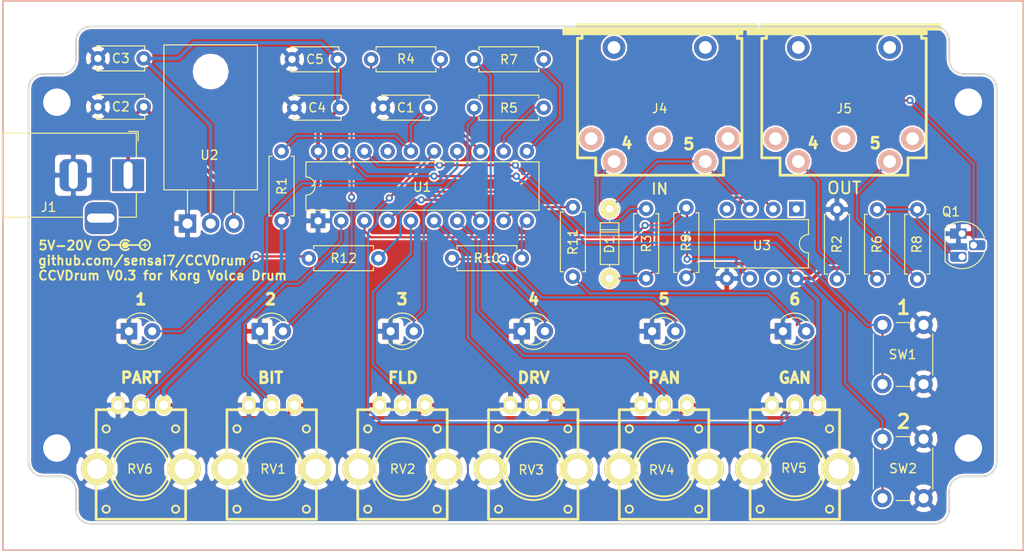
<source format=kicad_pcb>
(kicad_pcb (version 20171130) (host pcbnew "(5.0.2)-1")
  (layers (0 F.Cu signal) (31 B.Cu signal) (34 B.Paste user) (35 F.Paste user) (36 B.SilkS user) (37 F.SilkS user) (38 B.Mask user) (39 F.Mask user) (44 Edge.Cuts user))
  (net 0 "")
  (net 1 GND)
  (net 2 "Net-(D2-Pad2)")
  (net 3 "Net-(D1-Pad2)")
  (net 4 +5V)
  (net 5 +3V3)
  (net 6 TXD)
  (net 7 BIT)
  (net 8 RXD)
  (net 9 FLD)
  (net 10 GAN)
  (net 11 DRV)
  (net 12 PAN)
  (net 13 "Net-(D4-Pad2)")
  (net 14 "Net-(D3-Pad2)")
  (net 15 "Net-(D5-Pad2)")
  (net 16 TEST)
  (net 17 "Net-(D6-Pad2)")
  (net 18 PART)
  (net 19 LED_P1)
  (net 20 LED_P5)
  (net 21 LED_P4)
  (net 22 LED_P3)
  (net 23 LED_P6)
  (net 24 LED_P2)
  (net 25 PUSH_L1)
  (net 26 PUSH_L2)
  (net 27 "Net-(J5-Pad3)")
  (net 28 "Net-(J5-Pad4)")
  (net 29 "Net-(J5-Pad2)")
  (net 30 "Net-(J5-Pad1)")
  (net 31 "Net-(J4-Pad1)")
  (net 32 "Net-(J4-Pad2)")
  (net 33 "Net-(J4-Pad4)")
  (net 34 "Net-(J4-Pad3)")
  (net 35 "Net-(Q1-Pad3)")
  (net 36 "Net-(C1-Pad1)")
  (net 37 "Net-(D7-Pad2)")
  (net 38 "Net-(U3-Pad1)")
  (net 39 "Net-(U3-Pad4)")
  (net 40 "Net-(U3-Pad7)")
  (net 41 "Net-(D1-Pad1)")
  (net 42 "Net-(J5-Pad5)")
  (module w_pth_diodes:diode_do35 (layer F.Cu) (at 98.51225 127.7 90)
    (fp_text reference D1 (at -0.1 -0.01225 90) (layer F.SilkS))
    (fp_text value 1N4148 hide)
    (pad 2 thru_hole circle (at 3.81 0 90) (size 1.99898 1.99898) (drill 0.8001) (layers *.Cu *.Mask F.SilkS) (net 3 "Net-(D1-Pad2)"))
    (pad 1 thru_hole circle (at -3.81 0 90) (size 1.99898 1.99898) (drill 0.8001) (layers *.Cu *.Mask F.SilkS) (net 41 "Net-(D1-Pad1)"))
  )
  (module Package_TO_SOT_THT:TO-220-3_Horizontal_TabDown (layer F.Cu) (at 52.3 125.5)
    (fp_text reference U2 (at 2.4 -7.5) (layer F.SilkS))
    (fp_text value LM1117IMP-3.3)
    (pad 3 thru_hole oval (at 5.08 0) (size 1.905 2) (drill 1.1) (layers *.Cu *.Mask) (net 4 +5V))
    (pad 2 thru_hole oval (at 2.54 0) (size 1.905 2) (drill 1.1) (layers *.Cu *.Mask) (net 5 +3V3))
    (pad 1 thru_hole rect (at 0 0) (size 1.905 2) (drill 1.1) (layers *.Cu *.Mask) (net 1 GND))
    (pad "" np_thru_hole oval (at 2.54 -16.66) (size 3.5 3.5) (drill 3.5) (layers *.Cu *.Mask))
  )
  (module SensaiLib:din-5 (layer F.Cu) (at 104 113.2 180)
    (fp_text reference J4 (at 0 0.3 180) (layer F.SilkS))
    (fp_text value IN (at 0 -8.5 180) (layer F.SilkS) (effects (font (size 1.2 1.2) (thickness 0.2))))
    (pad "" thru_hole circle (at -5.00126 6.9977 180) (size 2.49936 2.49936) (drill 1.397) (layers *.Cu *.Mask))
    (pad "" thru_hole circle (at 5.00126 6.9977 180) (size 2.49936 2.49936) (drill 1.397) (layers *.Cu *.Mask))
    (pad 5 thru_hole circle (at -4.99618 -5.4991 180) (size 2.49936 2.49936) (drill 1.397) (layers *.Cu *.SilkS *.Mask) (net 3 "Net-(D1-Pad2)"))
    (pad 1 thru_hole circle (at 7.49808 -2.9972 180) (size 2.49936 2.49936) (drill 1.397) (layers *.Cu *.SilkS *.Mask) (net 31 "Net-(J4-Pad1)"))
    (pad 2 thru_hole circle (at 0 -2.99974 180) (size 2.49936 2.49936) (drill 1.397) (layers *.Cu *.SilkS *.Mask) (net 32 "Net-(J4-Pad2)"))
    (pad 4 thru_hole circle (at 4.99618 -5.4991 180) (size 2.49936 2.49936) (drill 1.397) (layers *.Cu *.SilkS *.Mask) (net 33 "Net-(J4-Pad4)"))
    (pad 3 thru_hole circle (at -7.49808 -2.9972 180) (size 2.49936 2.49936) (drill 1.397) (layers *.Cu *.SilkS *.Mask) (net 34 "Net-(J4-Pad3)"))
  )
  (module SensaiLib:din-5 (layer F.Cu) (at 124.182587 113.2 180)
    (fp_text reference J5 (at -0.017413 0.3 180) (layer F.SilkS))
    (fp_text value OUT (at -0.017413 -8.4 180) (layer F.SilkS) (effects (font (size 1.3 1.3) (thickness 0.2))))
    (pad "" thru_hole circle (at -5.00126 6.9977 180) (size 2.49936 2.49936) (drill 1.397) (layers *.Cu *.Mask))
    (pad "" thru_hole circle (at 5.00126 6.9977 180) (size 2.49936 2.49936) (drill 1.397) (layers *.Cu *.Mask))
    (pad 5 thru_hole circle (at -4.99618 -5.4991 180) (size 2.49936 2.49936) (drill 1.397) (layers *.Cu *.SilkS *.Mask) (net 42 "Net-(J5-Pad5)"))
    (pad 1 thru_hole circle (at 7.49808 -2.9972 180) (size 2.49936 2.49936) (drill 1.397) (layers *.Cu *.SilkS *.Mask) (net 30 "Net-(J5-Pad1)"))
    (pad 2 thru_hole circle (at 0 -2.99974 180) (size 2.49936 2.49936) (drill 1.397) (layers *.Cu *.SilkS *.Mask) (net 29 "Net-(J5-Pad2)"))
    (pad 4 thru_hole circle (at 4.99618 -5.4991 180) (size 2.49936 2.49936) (drill 1.397) (layers *.Cu *.SilkS *.Mask) (net 28 "Net-(J5-Pad4)"))
    (pad 3 thru_hole circle (at -7.49808 -2.9972 180) (size 2.49936 2.49936) (drill 1.397) (layers *.Cu *.SilkS *.Mask) (net 27 "Net-(J5-Pad3)"))
  )
  (module Package_TO_SOT_THT:TO-92_HandSolder (layer F.Cu) (at 137.1 126.6 270)
    (fp_text reference Q1 (at -2.4 1.2) (layer F.SilkS))
    (fp_text value BC557)
    (pad 1 thru_hole rect (at 0 0 270) (size 1.1 1.8) (drill 0.75 (offset 0 0.4)) (layers *.Cu *.Mask) (net 1 GND))
    (pad 3 thru_hole roundrect (at 2.54 0 270) (size 1.1 1.8) (drill 0.75 (offset 0 0.4)) (layers *.Cu *.Mask) (net 35 "Net-(Q1-Pad3)"))
    (pad 2 thru_hole roundrect (at 1.27 -1.27 270) (size 1.1 1.8) (drill 0.75 (offset 0 -0.4)) (layers *.Cu *.Mask) (net 6 TXD))
  )
  (module Package_DIP:DIP-8_W7.62mm (layer F.Cu) (at 118.963 123.9 270)
    (fp_text reference U3 (at 4 3.763) (layer F.SilkS))
    (fp_text value 6N139)
    (pad 8 thru_hole oval (at 7.62 0 270) (size 1.6 1.6) (drill 0.8) (layers *.Cu *.Mask) (net 5 +3V3))
    (pad 4 thru_hole oval (at 0 7.62 270) (size 1.6 1.6) (drill 0.8) (layers *.Cu *.Mask) (net 39 "Net-(U3-Pad4)"))
    (pad 7 thru_hole oval (at 7.62 2.54 270) (size 1.6 1.6) (drill 0.8) (layers *.Cu *.Mask) (net 40 "Net-(U3-Pad7)"))
    (pad 3 thru_hole oval (at 0 5.08 270) (size 1.6 1.6) (drill 0.8) (layers *.Cu *.Mask) (net 3 "Net-(D1-Pad2)"))
    (pad 6 thru_hole oval (at 7.62 5.08 270) (size 1.6 1.6) (drill 0.8) (layers *.Cu *.Mask) (net 8 RXD))
    (pad 2 thru_hole oval (at 0 2.54 270) (size 1.6 1.6) (drill 0.8) (layers *.Cu *.Mask) (net 41 "Net-(D1-Pad1)"))
    (pad 5 thru_hole oval (at 7.62 7.62 270) (size 1.6 1.6) (drill 0.8) (layers *.Cu *.Mask) (net 1 GND))
    (pad 1 thru_hole rect (at 0 0 270) (size 1.6 1.6) (drill 0.8) (layers *.Cu *.Mask) (net 38 "Net-(U3-Pad1)"))
  )
  (module Connector_BarrelJack:BarrelJack_Horizontal (layer F.Cu) (at 45.8 120.2)
    (fp_text reference J1 (at -8.7 3.5) (layer F.SilkS))
    (fp_text value Barrel_Jack)
    (pad 3 thru_hole roundrect (at -3 4.7) (size 3.5 3.5) (drill oval 3 1) (layers *.Cu *.Mask))
    (pad 2 thru_hole roundrect (at -6 0) (size 3 3.5) (drill oval 1 3) (layers *.Cu *.Mask) (net 1 GND))
    (pad 1 thru_hole rect (at 0 0) (size 3.5 3.5) (drill oval 1 3) (layers *.Cu *.Mask) (net 4 +5V))
  )
  (module LED_THT:LED_D3.0mm (layer F.Cu) (at 88.9 137.3)
    (fp_text reference D4 hide)
    (fp_text value 3)
    (pad 2 thru_hole circle (at 2.54 0) (size 1.8 1.8) (drill 0.9) (layers *.Cu *.Mask) (net 13 "Net-(D4-Pad2)"))
    (pad 1 thru_hole rect (at 0 0) (size 1.8 1.8) (drill 0.9) (layers *.Cu *.Mask) (net 1 GND))
  )
  (module LED_THT:LED_D3.0mm (layer F.Cu) (at 103.18 137.3)
    (fp_text reference D5 hide)
    (fp_text value 4)
    (pad 2 thru_hole circle (at 2.54 0) (size 1.8 1.8) (drill 0.9) (layers *.Cu *.Mask) (net 15 "Net-(D5-Pad2)"))
    (pad 1 thru_hole rect (at 0 0) (size 1.8 1.8) (drill 0.9) (layers *.Cu *.Mask) (net 1 GND))
  )
  (module LED_THT:LED_D3.0mm (layer F.Cu) (at 74.54 137.3)
    (fp_text reference D3 hide)
    (fp_text value 2)
    (pad 2 thru_hole circle (at 2.54 0) (size 1.8 1.8) (drill 0.9) (layers *.Cu *.Mask) (net 14 "Net-(D3-Pad2)"))
    (pad 1 thru_hole rect (at 0 0) (size 1.8 1.8) (drill 0.9) (layers *.Cu *.Mask) (net 1 GND))
  )
  (module LED_THT:LED_D3.0mm (layer F.Cu) (at 117.5 137.3)
    (fp_text reference D6 hide)
    (fp_text value 5)
    (pad 2 thru_hole circle (at 2.54 0) (size 1.8 1.8) (drill 0.9) (layers *.Cu *.Mask) (net 17 "Net-(D6-Pad2)"))
    (pad 1 thru_hole rect (at 0 0) (size 1.8 1.8) (drill 0.9) (layers *.Cu *.Mask) (net 1 GND))
  )
  (module LED_THT:LED_D3.0mm (layer F.Cu) (at 45.9 137.3)
    (fp_text reference D7 hide)
    (fp_text value 6)
    (pad 2 thru_hole circle (at 2.54 0) (size 1.8 1.8) (drill 0.9) (layers *.Cu *.Mask) (net 37 "Net-(D7-Pad2)"))
    (pad 1 thru_hole rect (at 0 0) (size 1.8 1.8) (drill 0.9) (layers *.Cu *.Mask) (net 1 GND))
  )
  (module LED_THT:LED_D3.0mm (layer F.Cu) (at 60.22 137.3)
    (fp_text reference D2 hide)
    (fp_text value 1)
    (pad 2 thru_hole circle (at 2.54 0) (size 1.8 1.8) (drill 0.9) (layers *.Cu *.Mask) (net 2 "Net-(D2-Pad2)"))
    (pad 1 thru_hole rect (at 0 0) (size 1.8 1.8) (drill 0.9) (layers *.Cu *.Mask) (net 1 GND))
  )
  (module Resistor_THT:R_Axial_DIN0207_L6.3mm_D2.5mm_P7.62mm_Horizontal (layer F.Cu) (at 94.5 123.7 270)
    (fp_text reference R11 (at 3.81 0 270) (layer F.SilkS))
    (fp_text value RLED)
    (pad 2 thru_hole oval (at 7.62 0 270) (size 1.6 1.6) (drill 0.8) (layers *.Cu *.Mask) (net 17 "Net-(D6-Pad2)"))
    (pad 1 thru_hole circle (at 0 0 270) (size 1.6 1.6) (drill 0.8) (layers *.Cu *.Mask) (net 20 LED_P5))
  )
  (module Resistor_THT:R_Axial_DIN0207_L6.3mm_D2.5mm_P7.62mm_Horizontal (layer F.Cu) (at 73.2 129.3 180)
    (fp_text reference R12 (at 3.8 0 180) (layer F.SilkS))
    (fp_text value RLED)
    (pad 2 thru_hole oval (at 7.62 0 180) (size 1.6 1.6) (drill 0.8) (layers *.Cu *.Mask) (net 37 "Net-(D7-Pad2)"))
    (pad 1 thru_hole circle (at 0 0 180) (size 1.6 1.6) (drill 0.8) (layers *.Cu *.Mask) (net 23 LED_P6))
  )
  (module Resistor_THT:R_Axial_DIN0207_L6.3mm_D2.5mm_P7.62mm_Horizontal (layer F.Cu) (at 88.9 129.3 180)
    (fp_text reference R10 (at 3.81 0 180) (layer F.SilkS))
    (fp_text value RLED)
    (pad 2 thru_hole oval (at 7.62 0 180) (size 1.6 1.6) (drill 0.8) (layers *.Cu *.Mask) (net 15 "Net-(D5-Pad2)"))
    (pad 1 thru_hole circle (at 0 0 180) (size 1.6 1.6) (drill 0.8) (layers *.Cu *.Mask) (net 21 LED_P4))
  )
  (module Package_DIP:DIP-20_W7.62mm (layer F.Cu) (at 66.6 125.2 90)
    (fp_text reference U1 (at 3.7 11.4 180) (layer F.SilkS))
    (fp_text value MSP430G2533)
    (pad 20 thru_hole oval (at 7.62 0 90) (size 1.6 1.6) (drill 0.8) (layers *.Cu *.Mask) (net 5 +3V3))
    (pad 10 thru_hole oval (at 0 22.86 90) (size 1.6 1.6) (drill 0.8) (layers *.Cu *.Mask) (net 21 LED_P4))
    (pad 19 thru_hole oval (at 7.62 2.54 90) (size 1.6 1.6) (drill 0.8) (layers *.Cu *.Mask) (net 26 PUSH_L2))
    (pad 9 thru_hole oval (at 0 20.32 90) (size 1.6 1.6) (drill 0.8) (layers *.Cu *.Mask) (net 20 LED_P5))
    (pad 18 thru_hole oval (at 7.62 5.08 90) (size 1.6 1.6) (drill 0.8) (layers *.Cu *.Mask) (net 25 PUSH_L1))
    (pad 8 thru_hole oval (at 0 17.78 90) (size 1.6 1.6) (drill 0.8) (layers *.Cu *.Mask) (net 23 LED_P6))
    (pad 17 thru_hole oval (at 7.62 7.62 90) (size 1.6 1.6) (drill 0.8) (layers *.Cu *.Mask) (net 16 TEST))
    (pad 7 thru_hole oval (at 0 15.24 90) (size 1.6 1.6) (drill 0.8) (layers *.Cu *.Mask) (net 12 PAN))
    (pad 16 thru_hole oval (at 7.62 10.16 90) (size 1.6 1.6) (drill 0.8) (layers *.Cu *.Mask) (net 36 "Net-(C1-Pad1)"))
    (pad 6 thru_hole oval (at 0 12.7 90) (size 1.6 1.6) (drill 0.8) (layers *.Cu *.Mask) (net 11 DRV))
    (pad 15 thru_hole oval (at 7.62 12.7 90) (size 1.6 1.6) (drill 0.8) (layers *.Cu *.Mask) (net 18 PART))
    (pad 5 thru_hole oval (at 0 10.16 90) (size 1.6 1.6) (drill 0.8) (layers *.Cu *.Mask) (net 9 FLD))
    (pad 14 thru_hole oval (at 7.62 15.24 90) (size 1.6 1.6) (drill 0.8) (layers *.Cu *.Mask) (net 10 GAN))
    (pad 4 thru_hole oval (at 0 7.62 90) (size 1.6 1.6) (drill 0.8) (layers *.Cu *.Mask) (net 6 TXD))
    (pad 13 thru_hole oval (at 7.62 17.78 90) (size 1.6 1.6) (drill 0.8) (layers *.Cu *.Mask) (net 19 LED_P1))
    (pad 3 thru_hole oval (at 0 5.08 90) (size 1.6 1.6) (drill 0.8) (layers *.Cu *.Mask) (net 8 RXD))
    (pad 12 thru_hole oval (at 7.62 20.32 90) (size 1.6 1.6) (drill 0.8) (layers *.Cu *.Mask) (net 24 LED_P2))
    (pad 2 thru_hole oval (at 0 2.54 90) (size 1.6 1.6) (drill 0.8) (layers *.Cu *.Mask) (net 7 BIT))
    (pad 11 thru_hole oval (at 7.62 22.86 90) (size 1.6 1.6) (drill 0.8) (layers *.Cu *.Mask) (net 22 LED_P3))
    (pad 1 thru_hole rect (at 0 0 90) (size 1.6 1.6) (drill 0.8) (layers *.Cu *.Mask) (net 1 GND))
  )
  (module w_pth_resistors:trimmer_alps-rk09k1130ah1 (layer F.Cu) (at 118.8 152.4 180)
    (fp_text reference RV5 (at 0.1 0.1 180) (layer F.SilkS))
    (fp_text value 10k hide)
    (pad "" thru_hole circle (at 4.8 0 180) (size 3.5 3.5) (drill 2.2) (layers *.Cu *.Mask F.SilkS) (net 1 GND))
    (pad "" thru_hole circle (at -4.8 0 180) (size 3.5 3.5) (drill 2.2) (layers *.Cu *.Mask F.SilkS) (net 1 GND))
    (pad 3 thru_hole oval (at 2.5 7 180) (size 1.5 2) (drill 1) (layers *.Cu *.Mask F.SilkS) (net 1 GND))
    (pad 2 thru_hole oval (at 0 7 180) (size 1.5 2) (drill 1) (layers *.Cu *.Mask F.SilkS) (net 18 PART))
    (pad 1 thru_hole oval (at -2.5 7 180) (size 1.5 2) (drill 1) (layers *.Cu *.Mask F.SilkS) (net 5 +3V3))
  )
  (module Capacitor_THT:C_Disc_D5.0mm_W2.5mm_P5.00mm (layer F.Cu) (at 68.753333 107.5 180)
    (fp_text reference C5 (at 2.5 0 180) (layer F.SilkS))
    (fp_text value 100)
    (pad 2 thru_hole circle (at 5 0 180) (size 1.6 1.6) (drill 0.8) (layers *.Cu *.Mask) (net 1 GND))
    (pad 1 thru_hole circle (at 0 0 180) (size 1.6 1.6) (drill 0.8) (layers *.Cu *.Mask) (net 5 +3V3))
  )
  (module Capacitor_THT:C_Disc_D5.0mm_W2.5mm_P5.00mm (layer F.Cu) (at 69 112.8 180)
    (fp_text reference C4 (at 2.5 0 180) (layer F.SilkS))
    (fp_text value 10)
    (pad 2 thru_hole circle (at 5 0 180) (size 1.6 1.6) (drill 0.8) (layers *.Cu *.Mask) (net 1 GND))
    (pad 1 thru_hole circle (at 0 0 180) (size 1.6 1.6) (drill 0.8) (layers *.Cu *.Mask) (net 5 +3V3))
  )
  (module Capacitor_THT:C_Disc_D5.0mm_W2.5mm_P5.00mm (layer F.Cu) (at 47.5 107.4 180)
    (fp_text reference C3 (at 2.5 0 180) (layer F.SilkS))
    (fp_text value 100)
    (pad 2 thru_hole circle (at 5 0 180) (size 1.6 1.6) (drill 0.8) (layers *.Cu *.Mask) (net 1 GND))
    (pad 1 thru_hole circle (at 0 0 180) (size 1.6 1.6) (drill 0.8) (layers *.Cu *.Mask) (net 5 +3V3))
  )
  (module Button_Switch_THT:SW_PUSH_6mm_H4.3mm (layer F.Cu) (at 132.9 149.1 270)
    (fp_text reference SW2 (at 3.25 2.25) (layer F.SilkS))
    (fp_text value SW_Push)
    (pad 1 thru_hole circle (at 6.5 0) (size 2 2) (drill 1.1) (layers *.Cu *.Mask) (net 1 GND))
    (pad 2 thru_hole circle (at 6.5 4.5) (size 2 2) (drill 1.1) (layers *.Cu *.Mask) (net 26 PUSH_L2))
    (pad 1 thru_hole circle (at 0 0) (size 2 2) (drill 1.1) (layers *.Cu *.Mask) (net 1 GND))
    (pad 2 thru_hole circle (at 0 4.5) (size 2 2) (drill 1.1) (layers *.Cu *.Mask) (net 26 PUSH_L2))
  )
  (module Button_Switch_THT:SW_PUSH_6mm_H4.3mm (layer F.Cu) (at 132.9 136.6 270)
    (fp_text reference SW1 (at 3.25 2.3) (layer F.SilkS))
    (fp_text value SW_Push)
    (pad 1 thru_hole circle (at 6.5 0) (size 2 2) (drill 1.1) (layers *.Cu *.Mask) (net 1 GND))
    (pad 2 thru_hole circle (at 6.5 4.5) (size 2 2) (drill 1.1) (layers *.Cu *.Mask) (net 25 PUSH_L1))
    (pad 1 thru_hole circle (at 0 0) (size 2 2) (drill 1.1) (layers *.Cu *.Mask) (net 1 GND))
    (pad 2 thru_hole circle (at 0 4.5) (size 2 2) (drill 1.1) (layers *.Cu *.Mask) (net 25 PUSH_L1))
  )
  (module Capacitor_THT:C_Disc_D5.0mm_W2.5mm_P5.00mm (layer F.Cu) (at 78.7 112.8 180)
    (fp_text reference C1 (at 2.5 0 180) (layer F.SilkS))
    (fp_text value 10)
    (pad 2 thru_hole circle (at 5 0 180) (size 1.6 1.6) (drill 0.8) (layers *.Cu *.Mask) (net 1 GND))
    (pad 1 thru_hole circle (at 0 0 180) (size 1.6 1.6) (drill 0.8) (layers *.Cu *.Mask) (net 36 "Net-(C1-Pad1)"))
  )
  (module Capacitor_THT:C_Disc_D5.0mm_W2.5mm_P5.00mm (layer F.Cu) (at 47.5 112.7 180)
    (fp_text reference C2 (at 2.5 0 180) (layer F.SilkS))
    (fp_text value 330)
    (pad 2 thru_hole circle (at 5 0 180) (size 1.6 1.6) (drill 0.8) (layers *.Cu *.Mask) (net 1 GND))
    (pad 1 thru_hole circle (at 0 0 180) (size 1.6 1.6) (drill 0.8) (layers *.Cu *.Mask) (net 4 +5V))
  )
  (module Resistor_THT:R_Axial_DIN0207_L6.3mm_D2.5mm_P7.62mm_Horizontal (layer F.Cu) (at 102.5245 131.5 90)
    (fp_text reference R3 (at 3.81 0.035 90) (layer F.SilkS))
    (fp_text value 220)
    (pad 2 thru_hole oval (at 7.62 0 90) (size 1.6 1.6) (drill 0.8) (layers *.Cu *.Mask) (net 33 "Net-(J4-Pad4)"))
    (pad 1 thru_hole circle (at 0 0 90) (size 1.6 1.6) (drill 0.8) (layers *.Cu *.Mask) (net 41 "Net-(D1-Pad1)"))
  )
  (module Resistor_THT:R_Axial_DIN0207_L6.3mm_D2.5mm_P7.62mm_Horizontal (layer F.Cu) (at 106.91875 131.4 90)
    (fp_text reference R9 (at 3.81 0 90) (layer F.SilkS))
    (fp_text value 270)
    (pad 2 thru_hole oval (at 7.62 0 90) (size 1.6 1.6) (drill 0.8) (layers *.Cu *.Mask) (net 8 RXD))
    (pad 1 thru_hole circle (at 0 0 90) (size 1.6 1.6) (drill 0.8) (layers *.Cu *.Mask) (net 5 +3V3))
  )
  (module Resistor_THT:R_Axial_DIN0207_L6.3mm_D2.5mm_P7.62mm_Horizontal (layer F.Cu) (at 132.19575 131.573753 90)
    (fp_text reference R8 (at 3.8 -0.03 90) (layer F.SilkS))
    (fp_text value 68)
    (pad 2 thru_hole oval (at 7.62 0 90) (size 1.6 1.6) (drill 0.8) (layers *.Cu *.Mask) (net 35 "Net-(Q1-Pad3)"))
    (pad 1 thru_hole circle (at 0 0 90) (size 1.6 1.6) (drill 0.8) (layers *.Cu *.Mask) (net 42 "Net-(J5-Pad5)"))
  )
  (module Resistor_THT:R_Axial_DIN0207_L6.3mm_D2.5mm_P7.62mm_Horizontal (layer F.Cu) (at 91.3 107.5 180)
    (fp_text reference R7 (at 3.81 -0.035 180) (layer F.SilkS))
    (fp_text value RLED)
    (pad 2 thru_hole oval (at 7.62 0 180) (size 1.6 1.6) (drill 0.8) (layers *.Cu *.Mask) (net 13 "Net-(D4-Pad2)"))
    (pad 1 thru_hole circle (at 0 0 180) (size 1.6 1.6) (drill 0.8) (layers *.Cu *.Mask) (net 22 LED_P3))
  )
  (module Resistor_THT:R_Axial_DIN0207_L6.3mm_D2.5mm_P7.62mm_Horizontal (layer F.Cu) (at 62.6 125.2 90)
    (fp_text reference R1 (at 3.8 0.03 90) (layer F.SilkS))
    (fp_text value 47k)
    (pad 2 thru_hole oval (at 7.62 0 90) (size 1.6 1.6) (drill 0.8) (layers *.Cu *.Mask) (net 36 "Net-(C1-Pad1)"))
    (pad 1 thru_hole circle (at 0 0 90) (size 1.6 1.6) (drill 0.8) (layers *.Cu *.Mask) (net 5 +3V3))
  )
  (module Resistor_THT:R_Axial_DIN0207_L6.3mm_D2.5mm_P7.62mm_Horizontal (layer F.Cu) (at 80.026666 107.5 180)
    (fp_text reference R4 (at 3.81 0.04 180) (layer F.SilkS))
    (fp_text value RLED)
    (pad 2 thru_hole oval (at 7.62 0 180) (size 1.6 1.6) (drill 0.8) (layers *.Cu *.Mask) (net 2 "Net-(D2-Pad2)"))
    (pad 1 thru_hole circle (at 0 0 180) (size 1.6 1.6) (drill 0.8) (layers *.Cu *.Mask) (net 19 LED_P1))
  )
  (module Resistor_THT:R_Axial_DIN0207_L6.3mm_D2.5mm_P7.62mm_Horizontal (layer F.Cu) (at 91.3 112.8 180)
    (fp_text reference R5 (at 3.81 -0.04 180) (layer F.SilkS))
    (fp_text value RLED)
    (pad 2 thru_hole oval (at 7.62 0 180) (size 1.6 1.6) (drill 0.8) (layers *.Cu *.Mask) (net 14 "Net-(D3-Pad2)"))
    (pad 1 thru_hole circle (at 0 0 180) (size 1.6 1.6) (drill 0.8) (layers *.Cu *.Mask) (net 24 LED_P2))
  )
  (module Resistor_THT:R_Axial_DIN0207_L6.3mm_D2.5mm_P7.62mm_Horizontal (layer F.Cu) (at 127.8015 131.573753 90)
    (fp_text reference R6 (at 3.81 -0.005 90) (layer F.SilkS))
    (fp_text value 47k)
    (pad 2 thru_hole oval (at 7.62 0 90) (size 1.6 1.6) (drill 0.8) (layers *.Cu *.Mask) (net 35 "Net-(Q1-Pad3)"))
    (pad 1 thru_hole circle (at 0 0 90) (size 1.6 1.6) (drill 0.8) (layers *.Cu *.Mask) (net 5 +3V3))
  )
  (module Resistor_THT:R_Axial_DIN0207_L6.3mm_D2.5mm_P7.62mm_Horizontal (layer F.Cu) (at 123.40725 131.573753 90)
    (fp_text reference R2 (at 3.81 0 90) (layer F.SilkS))
    (fp_text value 68)
    (pad 2 thru_hole oval (at 7.62 0 90) (size 1.6 1.6) (drill 0.8) (layers *.Cu *.Mask) (net 1 GND))
    (pad 1 thru_hole circle (at 0 0 90) (size 1.6 1.6) (drill 0.8) (layers *.Cu *.Mask) (net 28 "Net-(J5-Pad4)"))
  )
  (module w_pth_resistors:trimmer_alps-rk09k1130ah1 (layer F.Cu) (at 47.2 152.4 180)
    (fp_text reference RV6 (at 0.1 0 180) (layer F.SilkS))
    (fp_text value 10k hide)
    (pad "" thru_hole circle (at 4.8 0 180) (size 3.5 3.5) (drill 2.2) (layers *.Cu *.Mask F.SilkS) (net 1 GND))
    (pad "" thru_hole circle (at -4.8 0 180) (size 3.5 3.5) (drill 2.2) (layers *.Cu *.Mask F.SilkS) (net 1 GND))
    (pad 3 thru_hole oval (at 2.5 7 180) (size 1.5 2) (drill 1) (layers *.Cu *.Mask F.SilkS) (net 1 GND))
    (pad 2 thru_hole oval (at 0 7 180) (size 1.5 2) (drill 1) (layers *.Cu *.Mask F.SilkS) (net 10 GAN))
    (pad 1 thru_hole oval (at -2.5 7 180) (size 1.5 2) (drill 1) (layers *.Cu *.Mask F.SilkS) (net 5 +3V3))
  )
  (module w_pth_resistors:trimmer_alps-rk09k1130ah1 (layer F.Cu) (at 61.52 152.4 180)
    (fp_text reference RV1 (at -0.16 0 180) (layer F.SilkS))
    (fp_text value 10k hide)
    (pad "" thru_hole circle (at 4.8 0 180) (size 3.5 3.5) (drill 2.2) (layers *.Cu *.Mask F.SilkS) (net 1 GND))
    (pad "" thru_hole circle (at -4.8 0 180) (size 3.5 3.5) (drill 2.2) (layers *.Cu *.Mask F.SilkS) (net 1 GND))
    (pad 3 thru_hole oval (at 2.5 7 180) (size 1.5 2) (drill 1) (layers *.Cu *.Mask F.SilkS) (net 1 GND))
    (pad 2 thru_hole oval (at 0 7 180) (size 1.5 2) (drill 1) (layers *.Cu *.Mask F.SilkS) (net 7 BIT))
    (pad 1 thru_hole oval (at -2.5 7 180) (size 1.5 2) (drill 1) (layers *.Cu *.Mask F.SilkS) (net 5 +3V3))
  )
  (module w_pth_resistors:trimmer_alps-rk09k1130ah1 (layer F.Cu) (at 75.84 152.4 180)
    (fp_text reference RV2 (at -0.02 0 180) (layer F.SilkS))
    (fp_text value 10k hide)
    (pad "" thru_hole circle (at 4.8 0 180) (size 3.5 3.5) (drill 2.2) (layers *.Cu *.Mask F.SilkS) (net 1 GND))
    (pad "" thru_hole circle (at -4.8 0 180) (size 3.5 3.5) (drill 2.2) (layers *.Cu *.Mask F.SilkS) (net 1 GND))
    (pad 3 thru_hole oval (at 2.5 7 180) (size 1.5 2) (drill 1) (layers *.Cu *.Mask F.SilkS) (net 1 GND))
    (pad 2 thru_hole oval (at 0 7 180) (size 1.5 2) (drill 1) (layers *.Cu *.Mask F.SilkS) (net 9 FLD))
    (pad 1 thru_hole oval (at -2.5 7 180) (size 1.5 2) (drill 1) (layers *.Cu *.Mask F.SilkS) (net 5 +3V3))
  )
  (module w_pth_resistors:trimmer_alps-rk09k1130ah1 (layer F.Cu) (at 90.16 152.4 180)
    (fp_text reference RV3 (at 0.22 -0.1 180) (layer F.SilkS))
    (fp_text value 10k hide)
    (pad "" thru_hole circle (at 4.8 0 180) (size 3.5 3.5) (drill 2.2) (layers *.Cu *.Mask F.SilkS) (net 1 GND))
    (pad "" thru_hole circle (at -4.8 0 180) (size 3.5 3.5) (drill 2.2) (layers *.Cu *.Mask F.SilkS) (net 1 GND))
    (pad 3 thru_hole oval (at 2.5 7 180) (size 1.5 2) (drill 1) (layers *.Cu *.Mask F.SilkS) (net 1 GND))
    (pad 2 thru_hole oval (at 0 7 180) (size 1.5 2) (drill 1) (layers *.Cu *.Mask F.SilkS) (net 11 DRV))
    (pad 1 thru_hole oval (at -2.5 7 180) (size 1.5 2) (drill 1) (layers *.Cu *.Mask F.SilkS) (net 5 +3V3))
  )
  (module w_pth_resistors:trimmer_alps-rk09k1130ah1 (layer F.Cu) (at 104.48 152.4 180)
    (fp_text reference RV4 (at 0.26 -0.1 180) (layer F.SilkS))
    (fp_text value 10k hide)
    (pad "" thru_hole circle (at 4.8 0 180) (size 3.5 3.5) (drill 2.2) (layers *.Cu *.Mask F.SilkS) (net 1 GND))
    (pad "" thru_hole circle (at -4.8 0 180) (size 3.5 3.5) (drill 2.2) (layers *.Cu *.Mask F.SilkS) (net 1 GND))
    (pad 3 thru_hole oval (at 2.5 7 180) (size 1.5 2) (drill 1) (layers *.Cu *.Mask F.SilkS) (net 1 GND))
    (pad 2 thru_hole oval (at 0 7 180) (size 1.5 2) (drill 1) (layers *.Cu *.Mask F.SilkS) (net 12 PAN))
    (pad 1 thru_hole oval (at -2.5 7 180) (size 1.5 2) (drill 1) (layers *.Cu *.Mask F.SilkS) (net 5 +3V3))
  )
  (gr_line (start 42.9 127.85) (end 43.35 127.85) (layer F.SilkS) (width 0.15))
  (gr_line (start 47.65 128.1) (end 47.65 127.65) (layer F.SilkS) (width 0.15))
  (gr_line (start 47.4 127.85) (end 47.85 127.85) (layer F.SilkS) (width 0.15))
  (gr_line (start 45.5 127.85) (end 47.05 127.85) (layer F.SilkS) (width 0.2))
  (gr_line (start 44.85 127.85) (end 43.7 127.85) (layer F.SilkS) (width 0.2))
  (gr_circle (center 45.5 127.85) (end 45.570711 127.85) (layer F.SilkS) (width 0.3))
  (gr_arc (start 45.5 127.85) (end 45.899999 127.450001) (angle -266.6335393) (layer F.SilkS) (width 0.2))
  (gr_arc (start 43.15 127.85) (end 43.549999 128.249999) (angle -86.18592517) (layer F.SilkS) (width 0.2))
  (gr_circle (center 47.634315 127.85) (end 48.034315 128.25) (layer F.SilkS) (width 0.2))
  (gr_circle (center 43.134315 127.85) (end 43.534315 128.25) (layer F.SilkS) (width 0.2))
  (gr_text "5V-20V " (at 39.295238 127.9) (layer F.SilkS) (effects (font (size 1 1) (thickness 0.2))))
  (gr_arc (start 137.3 107.5) (end 135.7 107.5) (angle -90) (layer Edge.Cuts) (width 0.2))
  (gr_arc (start 36.5 151.6) (end 34.9 151.6) (angle -90) (layer Edge.Cuts) (width 0.2))
  (gr_arc (start 38.5 154.8) (end 40.1 154.8) (angle -90) (layer Edge.Cuts) (width 0.2))
  (gr_arc (start 41.7 156.8) (end 40.1 156.8) (angle -90) (layer Edge.Cuts) (width 0.2))
  (gr_arc (start 134.1 156.8) (end 134.1 158.4) (angle -90) (layer Edge.Cuts) (width 0.2))
  (gr_arc (start 137.3 154.8) (end 137.3 153.2) (angle -90) (layer Edge.Cuts) (width 0.2))
  (gr_arc (start 139.3 151.6) (end 139.3 153.2) (angle -90) (layer Edge.Cuts) (width 0.2))
  (gr_arc (start 139.3 110.7) (end 140.9 110.7) (angle -90) (layer Edge.Cuts) (width 0.2))
  (gr_arc (start 134.1 105.5) (end 135.7 105.5) (angle -90) (layer Edge.Cuts) (width 0.2))
  (gr_arc (start 41.7 105.5) (end 41.7 103.9) (angle -90) (layer Edge.Cuts) (width 0.2))
  (gr_arc (start 38.5 107.5) (end 38.5 109.1) (angle -90) (layer Edge.Cuts) (width 0.2))
  (gr_arc (start 36.5 110.7) (end 36.5 109.1) (angle -90) (layer Edge.Cuts) (width 0.2))
  (gr_line (start 38.5 153.2) (end 36.5 153.2) (layer Edge.Cuts) (width 0.2))
  (gr_line (start 40.1 156.8) (end 40.1 154.8) (layer Edge.Cuts) (width 0.2))
  (gr_line (start 137.3 153.2) (end 139.3 153.2) (layer Edge.Cuts) (width 0.2))
  (gr_line (start 135.7 156.8) (end 135.7 154.8) (layer Edge.Cuts) (width 0.2))
  (gr_line (start 137.3 109.1) (end 139.3 109.1) (layer Edge.Cuts) (width 0.2))
  (gr_line (start 135.7 105.5) (end 135.7 107.5) (layer Edge.Cuts) (width 0.2))
  (gr_line (start 40.1 107.5) (end 40.1 105.5) (layer Edge.Cuts) (width 0.2))
  (gr_line (start 36.5 109.1) (end 38.5 109.1) (layer Edge.Cuts) (width 0.2))
  (gr_text 5 (at 127.6 116.7) (layer F.SilkS) (effects (font (size 1.2 1.2) (thickness 0.3))))
  (gr_text 4 (at 120.8 116.7) (layer F.SilkS) (effects (font (size 1.2 1.2) (thickness 0.3))))
  (gr_line (start 143.8 101.1) (end 143.8 161.3) (layer B.SilkS) (width 0.2))
  (gr_line (start 32.1 101.1) (end 143.8 101.1) (layer B.SilkS) (width 0.2))
  (gr_line (start 32.1 161.3) (end 32.1 101.1) (layer B.SilkS) (width 0.2))
  (gr_line (start 32.1 161.3) (end 143.8 161.3) (layer B.SilkS) (width 0.2))
  (gr_text 5 (at 107.2 116.8) (layer F.SilkS) (effects (font (size 1.2 1.2) (thickness 0.3))))
  (gr_text 4 (at 100.4 116.7) (layer F.SilkS) (effects (font (size 1.2 1.2) (thickness 0.3))))
  (gr_line (start 41.7 103.9) (end 134.1 103.9) (layer Edge.Cuts) (width 0.2))
  (gr_line (start 140.9 151.6) (end 140.9 110.7) (layer Edge.Cuts) (width 0.2))
  (gr_text github.com/sensai7/CCVDrum (at 58.871429 129.55) (layer F.SilkS) (effects (font (size 1 1) (thickness 0.2)) (justify right)))
  (gr_text "CCVDrum V0.3 for Korg Volca Drum" (at 63.3 131.2) (layer F.SilkS) (effects (font (size 1 1) (thickness 0.2)) (justify right)))
  (gr_text 3 (at 75.8 133.8) (layer F.SilkS) (effects (font (size 1.2 1.2) (thickness 0.3))))
  (gr_text 2 (at 61.4 133.8) (layer F.SilkS) (effects (font (size 1.2 1.2) (thickness 0.3))))
  (gr_text 4 (at 90.2 133.8) (layer F.SilkS) (effects (font (size 1.2 1.2) (thickness 0.3))))
  (gr_text 6 (at 118.8 133.8) (layer F.SilkS) (effects (font (size 1.2 1.2) (thickness 0.3))))
  (gr_text 5 (at 104.5 133.8) (layer F.SilkS) (effects (font (size 1.2 1.2) (thickness 0.3))))
  (gr_text 1 (at 47.2 133.8) (layer F.SilkS) (effects (font (size 1.2 1.2) (thickness 0.3))))
  (gr_text 2 (at 130.7 147.2) (layer F.SilkS) (effects (font (size 1.5 1.5) (thickness 0.3))))
  (gr_text 1 (at 130.7 134.7) (layer F.SilkS) (effects (font (size 1.5 1.5) (thickness 0.3))))
  (gr_text GAN (at 118.8 142.4) (layer F.SilkS) (effects (font (size 1.2 1.2) (thickness 0.3))))
  (gr_text PAN (at 104.5 142.4) (layer F.SilkS) (effects (font (size 1.2 1.2) (thickness 0.3))))
  (gr_text DRV (at 90.2 142.4) (layer F.SilkS) (effects (font (size 1.2 1.2) (thickness 0.3))))
  (gr_text FLD (at 75.9 142.4) (layer F.SilkS) (effects (font (size 1.2 1.2) (thickness 0.3))))
  (gr_text BIT (at 61.4 142.4) (layer F.SilkS) (effects (font (size 1.2 1.2) (thickness 0.3))))
  (gr_text PART (at 47.2 142.4) (layer F.SilkS) (effects (font (size 1.2 1.2) (thickness 0.3))))
  (gr_line (start 34.9 151.6) (end 34.9 110.7) (layer Edge.Cuts) (width 0.2))
  (gr_line (start 41.7 158.4) (end 134.1 158.4) (layer Edge.Cuts) (width 0.2))
  (via (at 137.8 150.1) (size 5) (drill 3) (layers F.Cu B.Cu) (net 1))
  (via (at 137.8 112.2) (size 5) (drill 3) (layers F.Cu B.Cu) (net 1))
  (via (at 38 150.1) (size 5) (drill 3) (layers F.Cu B.Cu) (net 1))
  (via (at 38 112.2) (size 5) (drill 3) (layers F.Cu B.Cu) (net 1))
  (segment (start 70.265001 129.794999) (end 70.265001 122.6) (width 0.25) (layer B.Cu) (net 2))
  (segment (start 62.76 137.3) (end 70.265001 129.794999) (width 0.25) (layer B.Cu) (net 2))
  (segment (start 70.265001 122.6) (end 70.265001 122.565001) (width 0.25) (layer B.Cu) (net 2))
  (via (at 70.265001 122.6) (size 0.8) (drill 0.4) (layers F.Cu B.Cu) (net 2))
  (segment (start 70.265001 122.6) (end 70.265001 114.034999) (width 0.25) (layer F.Cu) (net 2))
  (segment (start 72.406666 111.893334) (end 72.406666 107.5) (width 0.25) (layer F.Cu) (net 2))
  (segment (start 70.265001 114.034999) (end 72.406666 111.893334) (width 0.25) (layer F.Cu) (net 2))
  (segment (start 108.99618 119.01318) (end 108.99618 118.6991) (width 0.25) (layer B.Cu) (net 3))
  (segment (start 113.883 123.9) (end 108.99618 119.01318) (width 0.25) (layer B.Cu) (net 3))
  (segment (start 103.70315 118.6991) (end 108.99618 118.6991) (width 0.25) (layer B.Cu) (net 3))
  (segment (start 98.51225 123.89) (end 103.70315 118.6991) (width 0.25) (layer B.Cu) (net 3))
  (segment (start 45.8 114.4) (end 47.5 112.7) (width 0.4) (layer F.Cu) (net 4))
  (segment (start 45.8 120.2) (end 45.8 114.4) (width 0.4) (layer F.Cu) (net 4))
  (segment (start 57.38 122.58) (end 57.38 125.5) (width 0.4) (layer F.Cu) (net 4))
  (segment (start 47.5 112.7) (end 57.38 122.58) (width 0.4) (layer F.Cu) (net 4))
  (segment (start 54.84 114.74) (end 47.5 107.4) (width 0.4) (layer B.Cu) (net 5))
  (segment (start 54.84 125.5) (end 54.84 114.74) (width 0.4) (layer B.Cu) (net 5))
  (segment (start 68.753333 112.553333) (end 69 112.8) (width 0.4) (layer F.Cu) (net 5))
  (segment (start 66.6 115.2) (end 66.6 117.58) (width 0.4) (layer F.Cu) (net 5))
  (segment (start 69 112.8) (end 66.6 115.2) (width 0.4) (layer F.Cu) (net 5))
  (segment (start 66.6 121.2) (end 62.6 125.2) (width 0.4) (layer F.Cu) (net 5))
  (segment (start 66.6 117.58) (end 66.6 121.2) (width 0.4) (layer F.Cu) (net 5))
  (segment (start 62.6 125.2) (end 62.6 130.7) (width 0.4) (layer B.Cu) (net 5))
  (segment (start 49.7 143.6) (end 49.7 145.4) (width 0.4) (layer B.Cu) (net 5))
  (segment (start 62.6 130.7) (end 49.7 143.6) (width 0.4) (layer B.Cu) (net 5))
  (segment (start 64.02 145.65) (end 64.02 145.4) (width 0.4) (layer F.Cu) (net 5))
  (segment (start 62.86999 146.80001) (end 64.02 145.65) (width 0.4) (layer F.Cu) (net 5))
  (segment (start 52.25001 146.80001) (end 62.86999 146.80001) (width 0.4) (layer F.Cu) (net 5))
  (segment (start 50.85 145.4) (end 52.25001 146.80001) (width 0.4) (layer F.Cu) (net 5))
  (segment (start 49.7 145.4) (end 50.85 145.4) (width 0.4) (layer F.Cu) (net 5))
  (segment (start 78.34 145.65) (end 78.34 145.4) (width 0.4) (layer F.Cu) (net 5))
  (segment (start 77.18999 146.80001) (end 78.34 145.65) (width 0.4) (layer F.Cu) (net 5))
  (segment (start 66.57001 146.80001) (end 77.18999 146.80001) (width 0.4) (layer F.Cu) (net 5))
  (segment (start 65.17 145.4) (end 66.57001 146.80001) (width 0.4) (layer F.Cu) (net 5))
  (segment (start 64.02 145.4) (end 65.17 145.4) (width 0.4) (layer F.Cu) (net 5))
  (segment (start 92.66 145.65) (end 92.66 145.4) (width 0.4) (layer F.Cu) (net 5))
  (segment (start 91.50999 146.80001) (end 92.66 145.65) (width 0.4) (layer F.Cu) (net 5))
  (segment (start 80.89001 146.80001) (end 91.50999 146.80001) (width 0.4) (layer F.Cu) (net 5))
  (segment (start 79.49 145.4) (end 80.89001 146.80001) (width 0.4) (layer F.Cu) (net 5))
  (segment (start 78.34 145.4) (end 79.49 145.4) (width 0.4) (layer F.Cu) (net 5))
  (segment (start 106.98 145.65) (end 106.98 145.4) (width 0.4) (layer F.Cu) (net 5))
  (segment (start 105.82999 146.80001) (end 106.98 145.65) (width 0.4) (layer F.Cu) (net 5))
  (segment (start 95.21001 146.80001) (end 105.82999 146.80001) (width 0.4) (layer F.Cu) (net 5))
  (segment (start 93.81 145.4) (end 95.21001 146.80001) (width 0.4) (layer F.Cu) (net 5))
  (segment (start 92.66 145.4) (end 93.81 145.4) (width 0.4) (layer F.Cu) (net 5))
  (segment (start 121.3 145.65) (end 121.3 145.4) (width 0.4) (layer F.Cu) (net 5))
  (segment (start 120.14999 146.80001) (end 121.3 145.65) (width 0.4) (layer F.Cu) (net 5))
  (segment (start 109.53001 146.80001) (end 120.14999 146.80001) (width 0.4) (layer F.Cu) (net 5))
  (segment (start 108.13 145.4) (end 109.53001 146.80001) (width 0.4) (layer F.Cu) (net 5))
  (segment (start 106.98 145.4) (end 108.13 145.4) (width 0.4) (layer F.Cu) (net 5))
  (segment (start 119.762999 132.319999) (end 118.963 131.52) (width 0.4) (layer B.Cu) (net 5))
  (segment (start 121.340001 133.897001) (end 119.762999 132.319999) (width 0.4) (layer B.Cu) (net 5))
  (segment (start 121.340001 143.959999) (end 121.340001 133.897001) (width 0.4) (layer B.Cu) (net 5))
  (segment (start 121.3 144) (end 121.340001 143.959999) (width 0.4) (layer B.Cu) (net 5))
  (segment (start 121.3 145.4) (end 121.3 144) (width 0.4) (layer B.Cu) (net 5))
  (segment (start 118.963 131.52) (end 120.78 131.52) (width 0.4) (layer F.Cu) (net 5))
  (segment (start 127.001501 130.773754) (end 127.8015 131.573753) (width 0.4) (layer F.Cu) (net 5))
  (segment (start 126.601499 130.373752) (end 127.001501 130.773754) (width 0.4) (layer F.Cu) (net 5))
  (segment (start 121.926248 130.373752) (end 126.601499 130.373752) (width 0.4) (layer F.Cu) (net 5))
  (segment (start 120.78 131.52) (end 121.926248 130.373752) (width 0.4) (layer F.Cu) (net 5))
  (segment (start 118.963 131.52) (end 117.343 129.9) (width 0.4) (layer F.Cu) (net 5))
  (segment (start 108.41875 129.9) (end 106.91875 131.4) (width 0.4) (layer F.Cu) (net 5))
  (segment (start 117.343 129.9) (end 108.41875 129.9) (width 0.4) (layer F.Cu) (net 5))
  (segment (start 47.5 107.4) (end 51.3 107.4) (width 0.4) (layer B.Cu) (net 5))
  (segment (start 51.3 107.4) (end 53 105.7) (width 0.4) (layer B.Cu) (net 5))
  (segment (start 66.953333 105.7) (end 68.753333 107.5) (width 0.4) (layer B.Cu) (net 5))
  (segment (start 53 105.7) (end 66.953333 105.7) (width 0.4) (layer B.Cu) (net 5))
  (segment (start 68.753333 112.553333) (end 69 112.8) (width 0.4) (layer B.Cu) (net 5))
  (segment (start 68.753333 107.5) (end 68.753333 112.553333) (width 0.4) (layer B.Cu) (net 5))
  (segment (start 138.37 127.87) (end 138.37 118.97) (width 0.25) (layer B.Cu) (net 6))
  (segment (start 138.37 118.97) (end 131.4 112) (width 0.25) (layer B.Cu) (net 6))
  (segment (start 131.4 112) (end 131.4 112) (width 0.25) (layer B.Cu) (net 6))
  (via (at 131.4 112) (size 0.8) (drill 0.4) (layers F.Cu B.Cu) (net 6))
  (segment (start 77.42 122) (end 74.22 125.2) (width 0.25) (layer F.Cu) (net 6))
  (segment (start 87.673002 122) (end 77.42 122) (width 0.25) (layer F.Cu) (net 6))
  (segment (start 131.4 112) (end 130.834315 112) (width 0.25) (layer F.Cu) (net 6))
  (segment (start 129.334315 113.5) (end 94.8 113.5) (width 0.25) (layer F.Cu) (net 6))
  (segment (start 130.834315 112) (end 129.334315 113.5) (width 0.25) (layer F.Cu) (net 6))
  (segment (start 94.8 113.5) (end 92.3 116) (width 0.25) (layer F.Cu) (net 6))
  (segment (start 92.3 116) (end 92.3 117.373002) (width 0.25) (layer F.Cu) (net 6))
  (segment (start 92.3 117.373002) (end 87.673002 122) (width 0.25) (layer F.Cu) (net 6))
  (segment (start 61.52 145.15) (end 58.5 142.13) (width 0.25) (layer B.Cu) (net 7))
  (segment (start 61.52 145.4) (end 61.52 145.15) (width 0.25) (layer B.Cu) (net 7))
  (segment (start 58.5 136.634998) (end 63.034998 132.1) (width 0.25) (layer B.Cu) (net 7))
  (segment (start 58.5 142.13) (end 58.5 136.634998) (width 0.25) (layer B.Cu) (net 7))
  (segment (start 69.14 126.33137) (end 69.14 125.2) (width 0.25) (layer B.Cu) (net 7))
  (segment (start 69.14 127.405002) (end 69.14 126.33137) (width 0.25) (layer B.Cu) (net 7))
  (segment (start 64.445002 132.1) (end 69.14 127.405002) (width 0.25) (layer B.Cu) (net 7))
  (segment (start 63.034998 132.1) (end 64.445002 132.1) (width 0.25) (layer B.Cu) (net 7))
  (segment (start 71.68 126.33137) (end 72.34863 127) (width 0.25) (layer F.Cu) (net 8))
  (segment (start 71.68 125.2) (end 71.68 126.33137) (width 0.25) (layer F.Cu) (net 8))
  (segment (start 72.34863 127) (end 101.1 127) (width 0.25) (layer F.Cu) (net 8))
  (segment (start 101.1 127) (end 102.4 125.7) (width 0.25) (layer F.Cu) (net 8))
  (segment (start 102.4 125.7) (end 102.4 125.7) (width 0.25) (layer F.Cu) (net 8))
  (via (at 102.4 125.7) (size 0.8) (drill 0.4) (layers F.Cu B.Cu) (net 8))
  (segment (start 104.99875 125.7) (end 106.91875 123.78) (width 0.25) (layer B.Cu) (net 8))
  (segment (start 102.4 125.7) (end 104.99875 125.7) (width 0.25) (layer B.Cu) (net 8))
  (segment (start 113.083001 130.720001) (end 113.083001 130.283001) (width 0.25) (layer B.Cu) (net 8))
  (segment (start 113.883 131.52) (end 113.083001 130.720001) (width 0.25) (layer B.Cu) (net 8))
  (segment (start 113.083001 130.283001) (end 112.2 129.4) (width 0.25) (layer B.Cu) (net 8))
  (segment (start 112.2 129.4) (end 107 129.4) (width 0.25) (layer B.Cu) (net 8))
  (segment (start 107 129.4) (end 106.9 129.4) (width 0.25) (layer B.Cu) (net 8))
  (via (at 107 129.4) (size 0.8) (drill 0.4) (layers F.Cu B.Cu) (net 8))
  (segment (start 107 123.86125) (end 106.91875 123.78) (width 0.25) (layer F.Cu) (net 8))
  (segment (start 107 129.4) (end 107 123.86125) (width 0.25) (layer F.Cu) (net 8))
  (segment (start 75.84 144.15) (end 72.6 140.91) (width 0.25) (layer B.Cu) (net 9))
  (segment (start 75.84 145.4) (end 75.84 144.15) (width 0.25) (layer B.Cu) (net 9))
  (segment (start 72.6 140.91) (end 72.6 133) (width 0.25) (layer B.Cu) (net 9))
  (segment (start 76.76 128.84) (end 76.76 125.2) (width 0.25) (layer B.Cu) (net 9))
  (segment (start 72.6 133) (end 76.76 128.84) (width 0.25) (layer B.Cu) (net 9))
  (segment (start 81.84 119.36) (end 81.84 117.58) (width 0.25) (layer B.Cu) (net 10))
  (segment (start 47.2 145.15) (end 61 131.35) (width 0.25) (layer B.Cu) (net 10))
  (segment (start 61 131.35) (end 61 124.9) (width 0.25) (layer B.Cu) (net 10))
  (segment (start 61 124.9) (end 64.8 121.1) (width 0.25) (layer B.Cu) (net 10))
  (segment (start 47.2 145.4) (end 47.2 145.15) (width 0.25) (layer B.Cu) (net 10))
  (segment (start 64.8 121.1) (end 80.1 121.1) (width 0.25) (layer B.Cu) (net 10))
  (segment (start 80.1 121.1) (end 81.84 119.36) (width 0.25) (layer B.Cu) (net 10))
  (segment (start 90.16 145.15) (end 83.01 138) (width 0.25) (layer B.Cu) (net 11))
  (segment (start 90.16 145.4) (end 90.16 145.15) (width 0.25) (layer B.Cu) (net 11))
  (segment (start 83.01 128.91) (end 79.3 125.2) (width 0.25) (layer B.Cu) (net 11))
  (segment (start 83.01 138) (end 83.01 128.91) (width 0.25) (layer B.Cu) (net 11))
  (segment (start 104.48 144.15) (end 100.33 140) (width 0.25) (layer B.Cu) (net 12))
  (segment (start 104.48 145.4) (end 104.48 144.15) (width 0.25) (layer B.Cu) (net 12))
  (segment (start 89.1 140) (end 84.1 135) (width 0.25) (layer B.Cu) (net 12))
  (segment (start 100.33 140) (end 89.1 140) (width 0.25) (layer B.Cu) (net 12))
  (segment (start 84.1 127.46) (end 81.84 125.2) (width 0.25) (layer B.Cu) (net 12))
  (segment (start 84.1 135) (end 84.1 127.46) (width 0.25) (layer B.Cu) (net 12))
  (segment (start 84.479999 108.299999) (end 83.68 107.5) (width 0.25) (layer B.Cu) (net 13))
  (segment (start 85.505001 109.325001) (end 84.479999 108.299999) (width 0.25) (layer B.Cu) (net 13))
  (segment (start 91.44 137.3) (end 91.44 135.64) (width 0.25) (layer B.Cu) (net 13))
  (segment (start 85.505001 129.705001) (end 85.505001 109.325001) (width 0.25) (layer B.Cu) (net 13))
  (segment (start 91.44 135.64) (end 85.505001 129.705001) (width 0.25) (layer B.Cu) (net 13))
  (segment (start 78.174999 134.932209) (end 78.174999 123.925001) (width 0.25) (layer B.Cu) (net 14))
  (segment (start 77.08 137.3) (end 77.08 136.027208) (width 0.25) (layer B.Cu) (net 14))
  (segment (start 77.08 136.027208) (end 78.174999 134.932209) (width 0.25) (layer B.Cu) (net 14))
  (segment (start 82.965001 119.134999) (end 82.965001 114.734999) (width 0.25) (layer B.Cu) (net 14))
  (segment (start 78.174999 123.925001) (end 82.965001 119.134999) (width 0.25) (layer B.Cu) (net 14))
  (segment (start 83.68 114.02) (end 83.68 112.8) (width 0.25) (layer B.Cu) (net 14))
  (segment (start 82.965001 114.734999) (end 83.68 114.02) (width 0.25) (layer B.Cu) (net 14))
  (segment (start 105.72 136.027208) (end 103.292792 133.6) (width 0.25) (layer B.Cu) (net 15))
  (segment (start 105.72 137.3) (end 105.72 136.027208) (width 0.25) (layer B.Cu) (net 15))
  (segment (start 103.292792 133.6) (end 91.1 133.6) (width 0.25) (layer B.Cu) (net 15))
  (segment (start 91.1 133.6) (end 86.9 129.4) (width 0.25) (layer B.Cu) (net 15))
  (segment (start 86.9 129.4) (end 86.9 129.4) (width 0.25) (layer B.Cu) (net 15))
  (via (at 86.9 129.4) (size 0.8) (drill 0.4) (layers F.Cu B.Cu) (net 15))
  (segment (start 81.38 129.4) (end 81.28 129.3) (width 0.25) (layer F.Cu) (net 15))
  (segment (start 86.9 129.4) (end 81.38 129.4) (width 0.25) (layer F.Cu) (net 15))
  (segment (start 115.889991 133.149991) (end 115.89 133.15) (width 0.25) (layer B.Cu) (net 17))
  (segment (start 96.329991 133.149991) (end 115.889991 133.149991) (width 0.25) (layer B.Cu) (net 17))
  (segment (start 94.5 131.32) (end 96.329991 133.149991) (width 0.25) (layer B.Cu) (net 17))
  (segment (start 120.04 137.3) (end 115.89 133.15) (width 0.25) (layer B.Cu) (net 17))
  (segment (start 118.8 145.65) (end 117.15 147.3) (width 0.25) (layer B.Cu) (net 18))
  (segment (start 118.8 145.4) (end 118.8 145.65) (width 0.25) (layer B.Cu) (net 18))
  (segment (start 73.094999 125.450003) (end 73.094999 124.005001) (width 0.25) (layer B.Cu) (net 18))
  (segment (start 72.074999 126.470003) (end 73.094999 125.450003) (width 0.25) (layer B.Cu) (net 18))
  (segment (start 72.074999 145.905292) (end 72.074999 126.470003) (width 0.25) (layer B.Cu) (net 18))
  (segment (start 117.15 147.3) (end 73.469707 147.3) (width 0.25) (layer B.Cu) (net 18))
  (segment (start 73.469707 147.3) (end 72.074999 145.905292) (width 0.25) (layer B.Cu) (net 18))
  (segment (start 73.094999 124.005001) (end 74.4 122.7) (width 0.25) (layer B.Cu) (net 18))
  (segment (start 74.4 122.7) (end 74.4 122.7) (width 0.25) (layer B.Cu) (net 18))
  (via (at 74.4 122.7) (size 0.8) (drill 0.4) (layers F.Cu B.Cu) (net 18))
  (segment (start 79.3 117.8) (end 79.3 117.58) (width 0.25) (layer F.Cu) (net 18))
  (segment (start 74.4 122.7) (end 79.3 117.8) (width 0.25) (layer F.Cu) (net 18))
  (segment (start 80.026666 108.63137) (end 81.4 110.004704) (width 0.25) (layer F.Cu) (net 19))
  (segment (start 80.026666 107.5) (end 80.026666 108.63137) (width 0.25) (layer F.Cu) (net 19))
  (segment (start 81.4 114.6) (end 84.38 117.58) (width 0.25) (layer F.Cu) (net 19))
  (segment (start 81.4 110.004704) (end 81.4 114.6) (width 0.25) (layer F.Cu) (net 19))
  (segment (start 88.42 123.7) (end 86.92 125.2) (width 0.25) (layer F.Cu) (net 20))
  (segment (start 94.5 123.7) (end 88.42 123.7) (width 0.25) (layer F.Cu) (net 20))
  (segment (start 88.9 125.76) (end 89.46 125.2) (width 0.25) (layer B.Cu) (net 21))
  (segment (start 88.9 129.3) (end 88.9 125.76) (width 0.25) (layer B.Cu) (net 21))
  (segment (start 91.3 108.63137) (end 93.1 110.43137) (width 0.25) (layer B.Cu) (net 22))
  (segment (start 91.3 107.5) (end 91.3 108.63137) (width 0.25) (layer B.Cu) (net 22))
  (segment (start 93.1 113.94) (end 89.46 117.58) (width 0.25) (layer B.Cu) (net 22))
  (segment (start 93.1 110.43137) (end 93.1 113.94) (width 0.25) (layer B.Cu) (net 22))
  (segment (start 75.634999 124.659999) (end 77.394998 122.9) (width 0.25) (layer B.Cu) (net 23))
  (segment (start 73.2 129.3) (end 75.634999 126.865001) (width 0.25) (layer B.Cu) (net 23))
  (segment (start 75.634999 126.865001) (end 75.634999 124.659999) (width 0.25) (layer B.Cu) (net 23))
  (segment (start 77.394998 122.9) (end 77.9 122.9) (width 0.25) (layer B.Cu) (net 23))
  (segment (start 77.394998 122.9) (end 77.394998 122.9) (width 0.25) (layer B.Cu) (net 23))
  (via (at 77.9 122.9) (size 0.8) (drill 0.4) (layers F.Cu B.Cu) (net 23))
  (segment (start 82.08 122.9) (end 84.38 125.2) (width 0.25) (layer F.Cu) (net 23))
  (segment (start 77.9 122.9) (end 82.08 122.9) (width 0.25) (layer F.Cu) (net 23))
  (segment (start 86.92 116.44863) (end 86.92 117.58) (width 0.25) (layer B.Cu) (net 24))
  (segment (start 86.92 116.04863) (end 86.92 116.44863) (width 0.25) (layer B.Cu) (net 24))
  (segment (start 90.16863 112.8) (end 86.92 116.04863) (width 0.25) (layer B.Cu) (net 24))
  (segment (start 91.3 112.8) (end 90.16863 112.8) (width 0.25) (layer B.Cu) (net 24))
  (segment (start 128.4 143.1) (end 128.4 136.6) (width 0.25) (layer F.Cu) (net 25))
  (segment (start 126.768495 136.6) (end 120.6 130.431505) (width 0.25) (layer B.Cu) (net 25))
  (segment (start 128.4 136.6) (end 126.768495 136.6) (width 0.25) (layer B.Cu) (net 25))
  (segment (start 95.834998 126.7) (end 89.2 120.065002) (width 0.25) (layer B.Cu) (net 25))
  (segment (start 120.6 130.431505) (end 116.868495 126.7) (width 0.25) (layer B.Cu) (net 25))
  (segment (start 116.868495 126.7) (end 95.834998 126.7) (width 0.25) (layer B.Cu) (net 25))
  (segment (start 89.2 120.065002) (end 89.165002 120.065002) (width 0.25) (layer B.Cu) (net 25))
  (segment (start 89.165002 120.065002) (end 88.2 119.1) (width 0.25) (layer B.Cu) (net 25))
  (segment (start 88.2 119.1) (end 88.2 119.1) (width 0.25) (layer B.Cu) (net 25))
  (via (at 88.2 119.1) (size 0.8) (drill 0.4) (layers F.Cu B.Cu) (net 25))
  (segment (start 88.2 119.1) (end 87.634315 119.1) (width 0.25) (layer F.Cu) (net 25))
  (segment (start 87.634315 119.1) (end 79.9 119.1) (width 0.25) (layer F.Cu) (net 25))
  (segment (start 79.9 119.1) (end 79.9 119.1) (width 0.25) (layer F.Cu) (net 25))
  (via (at 79.9 119.1) (size 0.8) (drill 0.4) (layers F.Cu B.Cu) (net 25))
  (segment (start 73.2 119.1) (end 71.68 117.58) (width 0.25) (layer B.Cu) (net 25))
  (segment (start 79.9 119.1) (end 73.2 119.1) (width 0.25) (layer B.Cu) (net 25))
  (segment (start 128.4 154.185787) (end 128.4 149.1) (width 0.25) (layer F.Cu) (net 26))
  (segment (start 128.4 155.6) (end 128.4 154.185787) (width 0.25) (layer F.Cu) (net 26))
  (segment (start 128.4 149.1) (end 128.4 147.1) (width 0.25) (layer B.Cu) (net 26))
  (segment (start 128.4 147.1) (end 124.3 143) (width 0.25) (layer B.Cu) (net 26))
  (segment (start 124.3 135.191998) (end 116.708002 127.6) (width 0.25) (layer B.Cu) (net 26))
  (segment (start 124.3 143) (end 124.3 135.191998) (width 0.25) (layer B.Cu) (net 26))
  (segment (start 116.708002 127.6) (end 96 127.6) (width 0.25) (layer B.Cu) (net 26))
  (segment (start 96 127.6) (end 95.9 127.6) (width 0.25) (layer B.Cu) (net 26))
  (segment (start 95.9 127.6) (end 89.2 120.9) (width 0.25) (layer B.Cu) (net 26))
  (segment (start 89.2 120.9) (end 88.9 120.9) (width 0.25) (layer B.Cu) (net 26))
  (segment (start 88.9 120.9) (end 88.3 120.3) (width 0.25) (layer B.Cu) (net 26))
  (segment (start 88.3 120.3) (end 88.3 120.3) (width 0.25) (layer B.Cu) (net 26))
  (via (at 88.3 120.3) (size 0.8) (drill 0.4) (layers F.Cu B.Cu) (net 26))
  (segment (start 88.3 120.3) (end 79.3 120.3) (width 0.25) (layer F.Cu) (net 26))
  (segment (start 79.3 120.3) (end 79.3 120.3) (width 0.25) (layer F.Cu) (net 26))
  (via (at 79.3 120.3) (size 0.8) (drill 0.4) (layers F.Cu B.Cu) (net 26))
  (segment (start 71.86 120.3) (end 69.14 117.58) (width 0.25) (layer B.Cu) (net 26))
  (segment (start 79.3 120.3) (end 71.86 120.3) (width 0.25) (layer B.Cu) (net 26))
  (segment (start 123.40725 130.442383) (end 121.4 128.435133) (width 0.25) (layer B.Cu) (net 28))
  (segment (start 123.40725 131.573753) (end 123.40725 130.442383) (width 0.25) (layer B.Cu) (net 28))
  (segment (start 121.4 120.912693) (end 119.186407 118.6991) (width 0.25) (layer B.Cu) (net 28))
  (segment (start 121.4 128.435133) (end 121.4 120.912693) (width 0.25) (layer B.Cu) (net 28))
  (segment (start 102.5245 123.88) (end 100.82 123.88) (width 0.25) (layer B.Cu) (net 33))
  (segment (start 97.754141 119.948779) (end 99.00382 118.6991) (width 0.25) (layer B.Cu) (net 33))
  (segment (start 97.187759 120.515161) (end 97.754141 119.948779) (width 0.25) (layer B.Cu) (net 33))
  (segment (start 97.187759 124.525757) (end 97.187759 120.515161) (width 0.25) (layer B.Cu) (net 33))
  (segment (start 97.876493 125.214491) (end 97.187759 124.525757) (width 0.25) (layer B.Cu) (net 33))
  (segment (start 99.485509 125.214491) (end 97.876493 125.214491) (width 0.25) (layer B.Cu) (net 33))
  (segment (start 100.82 123.88) (end 99.485509 125.214491) (width 0.25) (layer B.Cu) (net 33))
  (segment (start 127.8015 123.953753) (end 132.19575 123.953753) (width 0.25) (layer B.Cu) (net 35))
  (segment (start 136.250627 129.14) (end 137.1 129.14) (width 0.25) (layer B.Cu) (net 35))
  (segment (start 132.19575 125.085123) (end 136.250627 129.14) (width 0.25) (layer B.Cu) (net 35))
  (segment (start 132.19575 123.953753) (end 132.19575 125.085123) (width 0.25) (layer B.Cu) (net 35))
  (segment (start 75.960001 116.780001) (end 76.76 117.58) (width 0.25) (layer B.Cu) (net 36))
  (segment (start 75.08 115.9) (end 75.960001 116.780001) (width 0.25) (layer B.Cu) (net 36))
  (segment (start 64.28 115.9) (end 75.08 115.9) (width 0.25) (layer B.Cu) (net 36))
  (segment (start 62.6 117.58) (end 64.28 115.9) (width 0.25) (layer B.Cu) (net 36))
  (segment (start 76.76 114.74) (end 78.7 112.8) (width 0.25) (layer B.Cu) (net 36))
  (segment (start 76.76 117.58) (end 76.76 114.74) (width 0.25) (layer B.Cu) (net 36))
  (segment (start 48.44 137.3) (end 51.6 137.3) (width 0.25) (layer B.Cu) (net 37))
  (segment (start 51.6 137.3) (end 59.8 129.1) (width 0.25) (layer B.Cu) (net 37))
  (segment (start 59.8 129.1) (end 59.8 129.1) (width 0.25) (layer B.Cu) (net 37))
  (via (at 59.8 129.1) (size 0.8) (drill 0.4) (layers F.Cu B.Cu) (net 37))
  (segment (start 65.38 129.1) (end 65.58 129.3) (width 0.25) (layer F.Cu) (net 37))
  (segment (start 59.8 129.1) (end 65.38 129.1) (width 0.25) (layer F.Cu) (net 37))
  (segment (start 102.5145 131.51) (end 102.5245 131.5) (width 0.25) (layer B.Cu) (net 41))
  (segment (start 98.51225 131.51) (end 102.5145 131.51) (width 0.25) (layer B.Cu) (net 41))
  (segment (start 103.649501 130.374999) (end 103.649501 125.050499) (width 0.25) (layer F.Cu) (net 41))
  (segment (start 102.5245 131.5) (end 103.649501 130.374999) (width 0.25) (layer F.Cu) (net 41))
  (segment (start 115.623001 123.100001) (end 116.423 123.9) (width 0.25) (layer F.Cu) (net 41))
  (segment (start 115.177999 122.654999) (end 115.623001 123.100001) (width 0.25) (layer F.Cu) (net 41))
  (segment (start 106.045001 122.654999) (end 115.177999 122.654999) (width 0.25) (layer F.Cu) (net 41))
  (segment (start 103.649501 125.050499) (end 106.045001 122.654999) (width 0.25) (layer F.Cu) (net 41))
  (segment (start 132.19575 131.573753) (end 125.6 124.978003) (width 0.25) (layer B.Cu) (net 42))
  (segment (start 125.6 122.277867) (end 129.178767 118.6991) (width 0.25) (layer B.Cu) (net 42))
  (segment (start 125.6 124.978003) (end 125.6 122.277867) (width 0.25) (layer B.Cu) (net 42))
  (zone (net 1) (net_name GND) (layer F.Cu) (connect_pads (clearance 0.2)) (min_thickness 0.2) (fill yes (arc_segments 16) (thermal_gap 0.508) (thermal_bridge_width 0.508))
    (polygon (pts (xy 34.9 158.3) (xy 34.9 103.9) (xy 140.9 103.9) (xy 140.9 158.4) (xy 34.9 158.4)))
  )
  (zone (net 1) (net_name GND) (layer B.Cu) (connect_pads (clearance 0.2)) (min_thickness 0.2) (fill yes (arc_segments 16) (thermal_gap 0.508) (thermal_bridge_width 0.508))
    (polygon (pts (xy 34.9 103.9) (xy 140.9 103.9) (xy 140.9 158.4) (xy 34.9 158.4)))
  )
)
</source>
